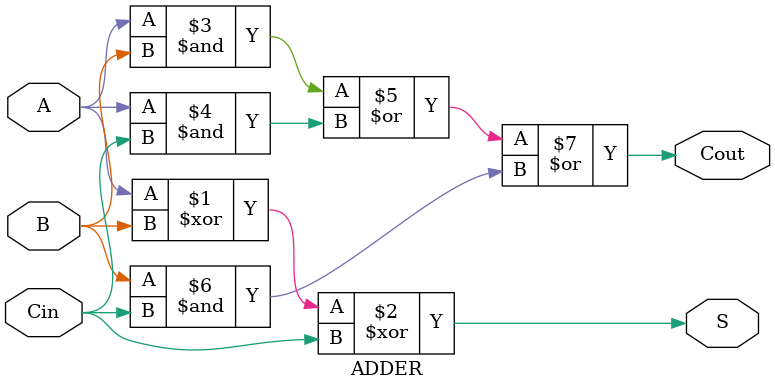
<source format=v>


module ADDER (Cout, S, A, B, Cin);
  input A;
  output S;
  input Cin;
  output Cout;
  input B;
 
  assign S = A ^ B ^ Cin;
  assign Cout = (A & B) | (A & Cin) | (B & Cin);  
endmodule

</source>
